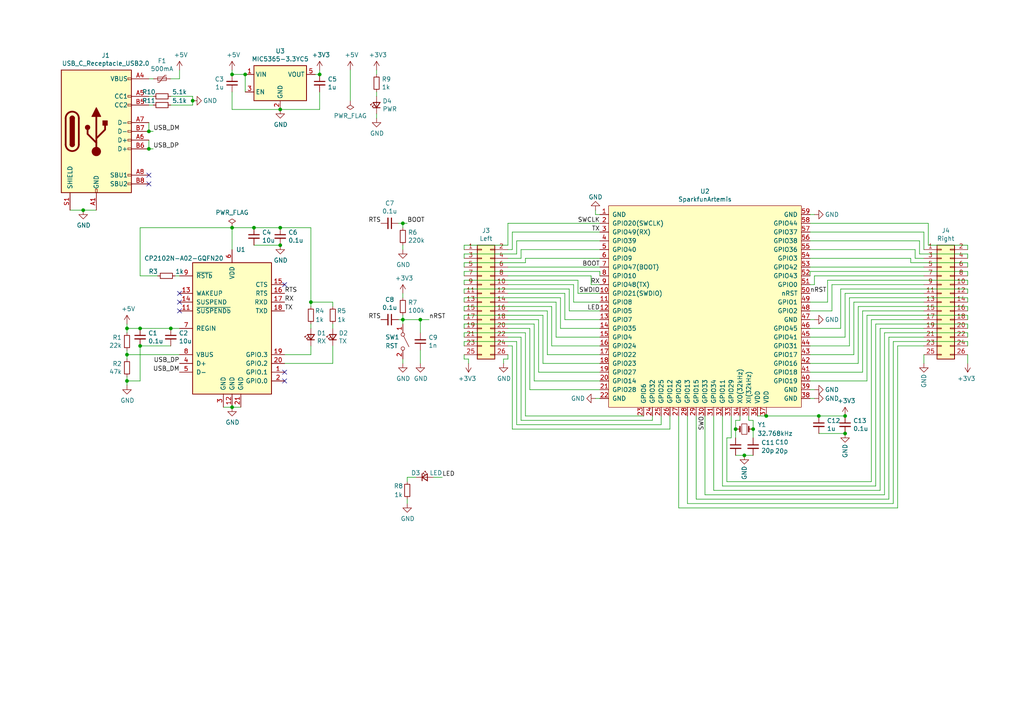
<source format=kicad_sch>
(kicad_sch (version 20231120) (generator "eeschema") (generator_version "8.0")
  (paper "A4")
  (lib_symbols
    (symbol "Connector:USB_C_Receptacle_USB2.0" (pin_names (offset 1.016))
      (property "Reference" "J" (at -10.16 19.05 0))
      (property "Value" "USB_C_Receptacle_USB2.0" (at 19.05 19.05 0))
      (symbol "USB_C_Receptacle_USB2.0_0_0"
        (rectangle (start -0.254 -17.78) (end 0.254 -16.764))
        (rectangle (start 10.16 -14.986) (end 9.144 -15.494))
        (rectangle (start 10.16 -12.446) (end 9.144 -12.954))
        (rectangle (start 10.16 -4.826) (end 9.144 -5.334))
        (rectangle (start 10.16 -2.286) (end 9.144 -2.794))
        (rectangle (start 10.16 0.254) (end 9.144 -0.254))
        (rectangle (start 10.16 2.794) (end 9.144 2.286))
        (rectangle (start 10.16 7.874) (end 9.144 7.366))
        (rectangle (start 10.16 10.414) (end 9.144 9.906))
        (rectangle (start 10.16 15.494) (end 9.144 14.986))
      )
      (symbol "USB_C_Receptacle_USB2.0_0_1"
        (rectangle (start -10.16 17.78) (end 10.16 -17.78) (stroke (width 0.254)) (fill (type background)))
        (arc (start -8.89 -3.81) (mid -6.985 -5.7067) (end -5.08 -3.81) (stroke (width 0.508)))
        (arc (start -7.62 -3.81) (mid -6.985 -4.4423) (end -6.35 -3.81) (stroke (width 0.254)))
        (arc (start -7.62 -3.81) (mid -6.985 -4.4423) (end -6.35 -3.81) (stroke (width 0.254)) (fill (type outline)))
        (rectangle (start -7.62 -3.81) (end -6.35 3.81) (stroke (width 0.254)) (fill (type outline)))
        (arc (start -6.35 3.81) (mid -6.985 4.4423) (end -7.62 3.81) (stroke (width 0.254)))
        (arc (start -6.35 3.81) (mid -6.985 4.4423) (end -7.62 3.81) (stroke (width 0.254)) (fill (type outline)))
        (arc (start -5.08 3.81) (mid -6.985 5.7067) (end -8.89 3.81) (stroke (width 0.508)))
        (circle (center -2.54 1.143) (radius 0.635) (stroke (width 0.254)) (fill (type outline)))
        (circle (center 0 -5.842) (radius 1.27) (fill (type outline)))
        (polyline (pts (xy -8.89 -3.81) (xy -8.89 3.81)) (stroke (width 0.508)))
        (polyline (pts (xy -5.08 3.81) (xy -5.08 -3.81)) (stroke (width 0.508)))
        (polyline (pts (xy 0 -5.842) (xy 0 4.318)) (stroke (width 0.508)))
        (polyline (pts (xy 0 -3.302) (xy -2.54 -0.762) (xy -2.54 0.508)) (stroke (width 0.508)))
        (polyline (pts (xy 0 -2.032) (xy 2.54 0.508) (xy 2.54 1.778)) (stroke (width 0.508)))
        (polyline (pts (xy -1.27 4.318) (xy 0 6.858) (xy 1.27 4.318) (xy -1.27 4.318)) (stroke (width 0.254)) (fill (type outline)))
        (rectangle (start 1.905 1.778) (end 3.175 3.048) (stroke (width 0.254)) (fill (type outline)))
      )
      (symbol "USB_C_Receptacle_USB2.0_1_1"
        (pin passive line (at 0 -22.86 90) (length 5.08) (name "GND") (number "A1"))
        (pin passive line (at 0 -22.86 90) (length 5.08) hide (name "GND") (number "A12"))
        (pin passive line (at 15.24 15.24 180) (length 5.08) (name "VBUS") (number "A4"))
        (pin bidirectional line (at 15.24 10.16 180) (length 5.08) (name "CC1") (number "A5"))
        (pin bidirectional line (at 15.24 -2.54 180) (length 5.08) (name "D+") (number "A6"))
        (pin bidirectional line (at 15.24 2.54 180) (length 5.08) (name "D-") (number "A7"))
        (pin bidirectional line (at 15.24 -12.7 180) (length 5.08) (name "SBU1") (number "A8"))
        (pin passive line (at 15.24 15.24 180) (length 5.08) hide (name "VBUS") (number "A9"))
        (pin passive line (at 0 -22.86 90) (length 5.08) hide (name "GND") (number "B1"))
        (pin passive line (at 0 -22.86 90) (length 5.08) hide (name "GND") (number "B12"))
        (pin passive line (at 15.24 15.24 180) (length 5.08) hide (name "VBUS") (number "B4"))
        (pin bidirectional line (at 15.24 7.62 180) (length 5.08) (name "CC2") (number "B5"))
        (pin bidirectional line (at 15.24 -5.08 180) (length 5.08) (name "D+") (number "B6"))
        (pin bidirectional line (at 15.24 0 180) (length 5.08) (name "D-") (number "B7"))
        (pin bidirectional line (at 15.24 -15.24 180) (length 5.08) (name "SBU2") (number "B8"))
        (pin passive line (at 15.24 15.24 180) (length 5.08) hide (name "VBUS") (number "B9"))
        (pin passive line (at -7.62 -22.86 90) (length 5.08) (name "SHIELD") (number "S1"))
      )
    )
    (symbol "Connector_Generic:Conn_02x13_Odd_Even" (pin_names (offset 1.016) hide)
      (property "Reference" "J" (at 1.27 17.78 0))
      (property "Value" "Conn_02x13_Odd_Even" (at 1.27 -17.78 0))
      (symbol "Conn_02x13_Odd_Even_1_1"
        (rectangle (start -1.27 -15.113) (end 0 -15.367) (stroke (width 0.1524)))
        (rectangle (start -1.27 -12.573) (end 0 -12.827) (stroke (width 0.1524)))
        (rectangle (start -1.27 -10.033) (end 0 -10.287) (stroke (width 0.1524)))
        (rectangle (start -1.27 -7.493) (end 0 -7.747) (stroke (width 0.1524)))
        (rectangle (start -1.27 -4.953) (end 0 -5.207) (stroke (width 0.1524)))
        (rectangle (start -1.27 -2.413) (end 0 -2.667) (stroke (width 0.1524)))
        (rectangle (start -1.27 0.127) (end 0 -0.127) (stroke (width 0.1524)))
        (rectangle (start -1.27 2.667) (end 0 2.413) (stroke (width 0.1524)))
        (rectangle (start -1.27 5.207) (end 0 4.953) (stroke (width 0.1524)))
        (rectangle (start -1.27 7.747) (end 0 7.493) (stroke (width 0.1524)))
        (rectangle (start -1.27 10.287) (end 0 10.033) (stroke (width 0.1524)))
        (rectangle (start -1.27 12.827) (end 0 12.573) (stroke (width 0.1524)))
        (rectangle (start -1.27 15.367) (end 0 15.113) (stroke (width 0.1524)))
        (rectangle (start -1.27 16.51) (end 3.81 -16.51) (stroke (width 0.254)) (fill (type background)))
        (rectangle (start 3.81 -15.113) (end 2.54 -15.367) (stroke (width 0.1524)))
        (rectangle (start 3.81 -12.573) (end 2.54 -12.827) (stroke (width 0.1524)))
        (rectangle (start 3.81 -10.033) (end 2.54 -10.287) (stroke (width 0.1524)))
        (rectangle (start 3.81 -7.493) (end 2.54 -7.747) (stroke (width 0.1524)))
        (rectangle (start 3.81 -4.953) (end 2.54 -5.207) (stroke (width 0.1524)))
        (rectangle (start 3.81 -2.413) (end 2.54 -2.667) (stroke (width 0.1524)))
        (rectangle (start 3.81 0.127) (end 2.54 -0.127) (stroke (width 0.1524)))
        (rectangle (start 3.81 2.667) (end 2.54 2.413) (stroke (width 0.1524)))
        (rectangle (start 3.81 5.207) (end 2.54 4.953) (stroke (width 0.1524)))
        (rectangle (start 3.81 7.747) (end 2.54 7.493) (stroke (width 0.1524)))
        (rectangle (start 3.81 10.287) (end 2.54 10.033) (stroke (width 0.1524)))
        (rectangle (start 3.81 12.827) (end 2.54 12.573) (stroke (width 0.1524)))
        (rectangle (start 3.81 15.367) (end 2.54 15.113) (stroke (width 0.1524)))
        (pin passive line (at -5.08 15.24 0) (length 3.81) (name "Pin_1") (number "1"))
        (pin passive line (at 7.62 5.08 180) (length 3.81) (name "Pin_10") (number "10"))
        (pin passive line (at -5.08 2.54 0) (length 3.81) (name "Pin_11") (number "11"))
        (pin passive line (at 7.62 2.54 180) (length 3.81) (name "Pin_12") (number "12"))
        (pin passive line (at -5.08 0 0) (length 3.81) (name "Pin_13") (number "13"))
        (pin passive line (at 7.62 0 180) (length 3.81) (name "Pin_14") (number "14"))
        (pin passive line (at -5.08 -2.54 0) (length 3.81) (name "Pin_15") (number "15"))
        (pin passive line (at 7.62 -2.54 180) (length 3.81) (name "Pin_16") (number "16"))
        (pin passive line (at -5.08 -5.08 0) (length 3.81) (name "Pin_17") (number "17"))
        (pin passive line (at 7.62 -5.08 180) (length 3.81) (name "Pin_18") (number "18"))
        (pin passive line (at -5.08 -7.62 0) (length 3.81) (name "Pin_19") (number "19"))
        (pin passive line (at 7.62 15.24 180) (length 3.81) (name "Pin_2") (number "2"))
        (pin passive line (at 7.62 -7.62 180) (length 3.81) (name "Pin_20") (number "20"))
        (pin passive line (at -5.08 -10.16 0) (length 3.81) (name "Pin_21") (number "21"))
        (pin passive line (at 7.62 -10.16 180) (length 3.81) (name "Pin_22") (number "22"))
        (pin passive line (at -5.08 -12.7 0) (length 3.81) (name "Pin_23") (number "23"))
        (pin passive line (at 7.62 -12.7 180) (length 3.81) (name "Pin_24") (number "24"))
        (pin passive line (at -5.08 -15.24 0) (length 3.81) (name "Pin_25") (number "25"))
        (pin passive line (at 7.62 -15.24 180) (length 3.81) (name "Pin_26") (number "26"))
        (pin passive line (at -5.08 12.7 0) (length 3.81) (name "Pin_3") (number "3"))
        (pin passive line (at 7.62 12.7 180) (length 3.81) (name "Pin_4") (number "4"))
        (pin passive line (at -5.08 10.16 0) (length 3.81) (name "Pin_5") (number "5"))
        (pin passive line (at 7.62 10.16 180) (length 3.81) (name "Pin_6") (number "6"))
        (pin passive line (at -5.08 7.62 0) (length 3.81) (name "Pin_7") (number "7"))
        (pin passive line (at 7.62 7.62 180) (length 3.81) (name "Pin_8") (number "8"))
        (pin passive line (at -5.08 5.08 0) (length 3.81) (name "Pin_9") (number "9"))
      )
    )
    (symbol "Device:C_Small" (pin_numbers hide) (pin_names (offset 0.254) hide)
      (property "Reference" "C" (at 0.254 1.778 0))
      (property "Value" "C_Small" (at 0.254 -2.032 0))
      (symbol "C_Small_0_1"
        (polyline (pts (xy -1.524 -0.508) (xy 1.524 -0.508)) (stroke (width 0.3302)))
        (polyline (pts (xy -1.524 0.508) (xy 1.524 0.508)) (stroke (width 0.3048)))
      )
      (symbol "C_Small_1_1"
        (pin passive line (at 0 2.54 270) (length 2.032) (name "~") (number "1"))
        (pin passive line (at 0 -2.54 90) (length 2.032) (name "~") (number "2"))
      )
    )
    (symbol "Device:Crystal_Small" (pin_numbers hide) (pin_names (offset 1.016) hide)
      (property "Reference" "Y" (at 0 2.54 0))
      (property "Value" "Crystal_Small" (at 0 -2.54 0))
      (symbol "Crystal_Small_0_1"
        (rectangle (start -0.762 -1.524) (end 0.762 1.524))
        (polyline (pts (xy -1.27 -0.762) (xy -1.27 0.762)) (stroke (width 0.381)))
        (polyline (pts (xy 1.27 -0.762) (xy 1.27 0.762)) (stroke (width 0.381)))
      )
      (symbol "Crystal_Small_1_1"
        (pin passive line (at -2.54 0 0) (length 1.27) (name "1") (number "1"))
        (pin passive line (at 2.54 0 180) (length 1.27) (name "2") (number "2"))
      )
    )
    (symbol "Device:LED_Small" (pin_numbers hide) (pin_names (offset 0.254) hide)
      (property "Reference" "D" (at -1.27 3.175 0))
      (property "Value" "LED_Small" (at -4.445 -2.54 0))
      (symbol "LED_Small_0_1"
        (polyline (pts (xy -0.762 -1.016) (xy -0.762 1.016)) (stroke (width 0.254)))
        (polyline (pts (xy 1.016 0) (xy -0.762 0)))
        (polyline (pts (xy 0.762 -1.016) (xy -0.762 0) (xy 0.762 1.016) (xy 0.762 -1.016)) (stroke (width 0.254)))
        (polyline (pts (xy 0 0.762) (xy -0.508 1.27) (xy -0.254 1.27) (xy -0.508 1.27) (xy -0.508 1.016)))
        (polyline (pts (xy 0.508 1.27) (xy 0 1.778) (xy 0.254 1.778) (xy 0 1.778) (xy 0 1.524)))
      )
      (symbol "LED_Small_1_1"
        (pin passive line (at -2.54 0 0) (length 1.778) (name "K") (number "1"))
        (pin passive line (at 2.54 0 180) (length 1.778) (name "A") (number "2"))
      )
    )
    (symbol "Device:Polyfuse_Small" (pin_numbers hide) (pin_names (offset 0))
      (property "Reference" "F" (at -1.905 0 90))
      (property "Value" "Polyfuse_Small" (at 1.905 0 90))
      (symbol "Polyfuse_Small_0_1"
        (rectangle (start -0.508 1.27) (end 0.508 -1.27))
        (polyline (pts (xy 0 2.54) (xy 0 -2.54)))
        (polyline (pts (xy -1.016 1.27) (xy -1.016 0.762) (xy 1.016 -0.762) (xy 1.016 -1.27)))
      )
      (symbol "Polyfuse_Small_1_1"
        (pin passive line (at 0 2.54 270) (length 0.635) (name "~") (number "1"))
        (pin passive line (at 0 -2.54 90) (length 0.635) (name "~") (number "2"))
      )
    )
    (symbol "Device:R_Small" (pin_numbers hide) (pin_names (offset 0.254) hide)
      (property "Reference" "R" (at 0.762 0.508 0))
      (property "Value" "R_Small" (at 0.762 -1.016 0))
      (symbol "R_Small_0_1"
        (rectangle (start -0.762 1.778) (end 0.762 -1.778) (stroke (width 0.2032)))
      )
      (symbol "R_Small_1_1"
        (pin passive line (at 0 2.54 270) (length 0.762) (name "~") (number "1"))
        (pin passive line (at 0 -2.54 90) (length 0.762) (name "~") (number "2"))
      )
    )
    (symbol "Regulator_Linear:MIC5365-3.3YC5"
      (property "Reference" "U" (at -6.35 6.35 0))
      (property "Value" "MIC5365-3.3YC5" (at 0 6.35 0))
      (symbol "MIC5365-3.3YC5_0_1"
        (rectangle (start -7.62 -5.08) (end 7.62 5.08) (stroke (width 0.254)) (fill (type background)))
      )
      (symbol "MIC5365-3.3YC5_1_1"
        (pin power_in line (at -10.16 2.54 0) (length 2.54) (name "VIN") (number "1"))
        (pin power_in line (at 0 -7.62 90) (length 2.54) (name "GND") (number "2"))
        (pin input line (at -10.16 -2.54 0) (length 2.54) (name "EN") (number "3"))
        (pin no_connect line (at 7.62 -2.54 180) (length 2.54) hide (name "NC") (number "4"))
        (pin power_out line (at 10.16 2.54 180) (length 2.54) (name "VOUT") (number "5"))
      )
    )
    (symbol "Switch:SW_SPST" (pin_names (offset 0) hide)
      (property "Reference" "SW" (at 0 3.175 0))
      (property "Value" "SW_SPST" (at 0 -2.54 0))
      (symbol "SW_SPST_0_0"
        (circle (center -2.032 0) (radius 0.508))
        (polyline (pts (xy -1.524 0.254) (xy 1.524 1.778)))
        (circle (center 2.032 0) (radius 0.508))
      )
      (symbol "SW_SPST_1_1"
        (pin passive line (at -5.08 0 0) (length 2.54) (name "A") (number "1"))
        (pin passive line (at 5.08 0 180) (length 2.54) (name "B") (number "2"))
      )
    )
    (symbol "artemis:CP2102N-A02-GQFN20" (pin_names (offset 1.016))
      (property "Reference" "U" (at -5.08 22.225 0))
      (property "Value" "CP2102N-A02-GQFN20" (at -5.08 20.32 0))
      (symbol "CP2102N-A02-GQFN20_0_1"
        (rectangle (start -11.43 19.05) (end 11.43 -19.05) (stroke (width 0.254)) (fill (type background)))
      )
      (symbol "CP2102N-A02-GQFN20_1_1"
        (pin bidirectional line (at 15.24 -12.7 180) (length 3.81) (name "GPIO.1") (number "1"))
        (pin no_connect line (at 10.16 -22.86 90) (length 3.81) hide (name "NC") (number "10"))
        (pin output line (at -15.24 5.08 0) (length 3.81) (name "~{SUSPENDb}") (number "11"))
        (pin power_in line (at 0 -22.86 90) (length 3.81) (name "GND") (number "12"))
        (pin input line (at -15.24 10.16 0) (length 3.81) (name "WAKEUP") (number "13"))
        (pin output line (at -15.24 7.62 0) (length 3.81) (name "SUSPEND") (number "14"))
        (pin input line (at 15.24 12.7 180) (length 3.81) (name "CTS") (number "15"))
        (pin output line (at 15.24 10.16 180) (length 3.81) (name "RTS") (number "16"))
        (pin input line (at 15.24 7.62 180) (length 3.81) (name "RXD") (number "17"))
        (pin output line (at 15.24 5.08 180) (length 3.81) (name "TXD") (number "18"))
        (pin bidirectional line (at 15.24 -7.62 180) (length 3.81) (name "GPIO.3") (number "19"))
        (pin bidirectional line (at 15.24 -15.24 180) (length 3.81) (name "GPIO.0") (number "2"))
        (pin bidirectional line (at 15.24 -10.16 180) (length 3.81) (name "GPIO.2") (number "20"))
        (pin power_in line (at 2.54 -22.86 90) (length 3.81) (name "GND") (number "21"))
        (pin power_in line (at -2.54 -22.86 90) (length 3.81) (name "GND") (number "3"))
        (pin bidirectional line (at -15.24 -10.16 0) (length 3.81) (name "D+") (number "4"))
        (pin bidirectional line (at -15.24 -12.7 0) (length 3.81) (name "D-") (number "5"))
        (pin power_in line (at 0 22.86 270) (length 3.81) (name "VDD") (number "6"))
        (pin power_in line (at -15.24 0 0) (length 3.81) (name "REGIN") (number "7"))
        (pin input line (at -15.24 -7.62 0) (length 3.81) (name "VBUS") (number "8"))
        (pin input line (at -15.24 15.24 0) (length 3.81) (name "~{RSTb}") (number "9"))
      )
    )
    (symbol "artemis:SparkfunArtemis" (pin_names (offset 1.016))
      (property "Reference" "U" (at 0 33.02 0))
      (property "Value" "SparkfunArtemis" (at 0 30.48 0))
      (symbol "SparkfunArtemis_0_1"
        (rectangle (start -27.94 -29.21) (end 27.94 29.21) (fill (type background)))
      )
      (symbol "SparkfunArtemis_1_1"
        (pin power_in line (at -30.48 26.67 0) (length 2.54) (name "GND") (number "1"))
        (pin bidirectional line (at -30.48 3.81 0) (length 2.54) (name "GPIO21(SWDIO)") (number "10"))
        (pin bidirectional line (at -30.48 1.27 0) (length 2.54) (name "GPIO8") (number "11"))
        (pin bidirectional line (at -30.48 -1.27 0) (length 2.54) (name "GPIO5") (number "12"))
        (pin bidirectional line (at -30.48 -3.81 0) (length 2.54) (name "GPIO7") (number "13"))
        (pin bidirectional line (at -30.48 -6.35 0) (length 2.54) (name "GPIO35") (number "14"))
        (pin bidirectional line (at -30.48 -8.89 0) (length 2.54) (name "GPIO4") (number "15"))
        (pin bidirectional line (at -30.48 -11.43 0) (length 2.54) (name "GPIO24") (number "16"))
        (pin bidirectional line (at -30.48 -13.97 0) (length 2.54) (name "GPIO22") (number "17"))
        (pin bidirectional line (at -30.48 -16.51 0) (length 2.54) (name "GPIO23") (number "18"))
        (pin bidirectional line (at -30.48 -19.05 0) (length 2.54) (name "GPIO27") (number "19"))
        (pin bidirectional line (at -30.48 24.13 0) (length 2.54) (name "GPIO20(SWCLK)") (number "2"))
        (pin bidirectional line (at -30.48 -21.59 0) (length 2.54) (name "GPIO14") (number "20"))
        (pin bidirectional line (at -30.48 -24.13 0) (length 2.54) (name "GPIO28") (number "21"))
        (pin power_in line (at -30.48 -26.67 0) (length 2.54) (name "GND") (number "22"))
        (pin bidirectional line (at -17.78 -31.75 90) (length 2.54) (name "GPIO6") (number "23"))
        (pin bidirectional line (at -15.24 -31.75 90) (length 2.54) (name "GPIO32") (number "24"))
        (pin bidirectional line (at -12.7 -31.75 90) (length 2.54) (name "GPIO25") (number "25"))
        (pin bidirectional line (at -10.16 -31.75 90) (length 2.54) (name "GPIO12") (number "26"))
        (pin bidirectional line (at -7.62 -31.75 90) (length 2.54) (name "GPIO26") (number "27"))
        (pin bidirectional line (at -5.08 -31.75 90) (length 2.54) (name "GPIO13") (number "28"))
        (pin bidirectional line (at -2.54 -31.75 90) (length 2.54) (name "GPIO15") (number "29"))
        (pin bidirectional line (at -30.48 21.59 0) (length 2.54) (name "GPIO49(RX)") (number "3"))
        (pin bidirectional line (at 0 -31.75 90) (length 2.54) (name "GPIO33") (number "30"))
        (pin bidirectional line (at 2.54 -31.75 90) (length 2.54) (name "GPIO34") (number "31"))
        (pin bidirectional line (at 5.08 -31.75 90) (length 2.54) (name "GPIO11") (number "32"))
        (pin bidirectional line (at 7.62 -31.75 90) (length 2.54) (name "GPIO29") (number "33"))
        (pin bidirectional line (at 10.16 -31.75 90) (length 2.54) (name "XO(32kHz)") (number "34"))
        (pin bidirectional line (at 12.7 -31.75 90) (length 2.54) (name "XI(32kHz)") (number "35"))
        (pin power_in line (at 15.24 -31.75 90) (length 2.54) (name "VDD") (number "36"))
        (pin power_in line (at 17.78 -31.75 90) (length 2.54) (name "VDD") (number "37"))
        (pin power_in line (at 30.48 -26.67 180) (length 2.54) (name "GND") (number "38"))
        (pin power_in line (at 30.48 -24.13 180) (length 2.54) (name "GND") (number "39"))
        (pin bidirectional line (at -30.48 19.05 0) (length 2.54) (name "GPIO39") (number "4"))
        (pin bidirectional line (at 30.48 -21.59 180) (length 2.54) (name "GPIO19") (number "40"))
        (pin bidirectional line (at 30.48 -19.05 180) (length 2.54) (name "GPIO18") (number "41"))
        (pin bidirectional line (at 30.48 -16.51 180) (length 2.54) (name "GPIO16") (number "42"))
        (pin bidirectional line (at 30.48 -13.97 180) (length 2.54) (name "GPIO17") (number "43"))
        (pin bidirectional line (at 30.48 -11.43 180) (length 2.54) (name "GPIO31") (number "44"))
        (pin bidirectional line (at 30.48 -8.89 180) (length 2.54) (name "GPIO41") (number "45"))
        (pin bidirectional line (at 30.48 -6.35 180) (length 2.54) (name "GPIO45") (number "46"))
        (pin power_in line (at 30.48 -3.81 180) (length 2.54) (name "GND") (number "47"))
        (pin bidirectional line (at 30.48 -1.27 180) (length 2.54) (name "GPIO2") (number "48"))
        (pin bidirectional line (at 30.48 1.27 180) (length 2.54) (name "GPIO1") (number "49"))
        (pin bidirectional line (at -30.48 16.51 0) (length 2.54) (name "GPIO40") (number "5"))
        (pin input line (at 30.48 3.81 180) (length 2.54) (name "nRST") (number "50"))
        (pin bidirectional line (at 30.48 6.35 180) (length 2.54) (name "GPIO0") (number "51"))
        (pin bidirectional line (at 30.48 8.89 180) (length 2.54) (name "GPIO43") (number "52"))
        (pin bidirectional line (at 30.48 11.43 180) (length 2.54) (name "GPIO42") (number "53"))
        (pin bidirectional line (at 30.48 13.97 180) (length 2.54) (name "GPIO3") (number "54"))
        (pin bidirectional line (at 30.48 16.51 180) (length 2.54) (name "GPIO36") (number "55"))
        (pin bidirectional line (at 30.48 19.05 180) (length 2.54) (name "GPIO38") (number "56"))
        (pin bidirectional line (at 30.48 21.59 180) (length 2.54) (name "GPIO37") (number "57"))
        (pin bidirectional line (at 30.48 24.13 180) (length 2.54) (name "GPIO44") (number "58"))
        (pin power_in line (at 30.48 26.67 180) (length 2.54) (name "GND") (number "59"))
        (pin bidirectional line (at -30.48 13.97 0) (length 2.54) (name "GPIO9") (number "6"))
        (pin bidirectional line (at -30.48 11.43 0) (length 2.54) (name "GPIO47(BOOT)") (number "7"))
        (pin bidirectional line (at -30.48 8.89 0) (length 2.54) (name "GPIO10") (number "8"))
        (pin bidirectional line (at -30.48 6.35 0) (length 2.54) (name "GPIO48(TX)") (number "9"))
      )
    )
    (symbol "power:+3V3" (power) (pin_names (offset 0))
      (property "Value" "+3V3" (at 0 3.556 0))
      (symbol "+3V3_0_1"
        (polyline (pts (xy -0.762 1.27) (xy 0 2.54)))
        (polyline (pts (xy 0 0) (xy 0 2.54)))
        (polyline (pts (xy 0 2.54) (xy 0.762 1.27)))
      )
      (symbol "+3V3_1_1"
        (pin power_in line (at 0 0 90) (length 0) hide (name "+3V3") (number "1"))
      )
    )
    (symbol "power:+5V" (power) (pin_names (offset 0))
      (property "Value" "+5V" (at 0 3.556 0))
      (symbol "+5V_0_1"
        (polyline (pts (xy -0.762 1.27) (xy 0 2.54)))
        (polyline (pts (xy 0 0) (xy 0 2.54)))
        (polyline (pts (xy 0 2.54) (xy 0.762 1.27)))
      )
      (symbol "+5V_1_1"
        (pin power_in line (at 0 0 90) (length 0) hide (name "+5V") (number "1"))
      )
    )
    (symbol "power:GND" (power) (pin_names (offset 0))
      (property "Value" "GND" (at 0 -3.81 0))
      (symbol "GND_0_1"
        (polyline (pts (xy 0 0) (xy 0 -1.27) (xy 1.27 -1.27) (xy 0 -2.54) (xy -1.27 -1.27) (xy 0 -1.27)))
      )
      (symbol "GND_1_1"
        (pin power_in line (at 0 0 270) (length 0) hide (name "GND") (number "1"))
      )
    )
    (symbol "power:PWR_FLAG" (power) (pin_numbers hide) (pin_names (offset 0) hide)
      (property "Value" "PWR_FLAG" (at 0 3.81 0))
      (symbol "PWR_FLAG_0_0"
        (pin power_out line (at 0 0 90) (length 0) (name "pwr") (number "1"))
      )
      (symbol "PWR_FLAG_0_1"
        (polyline (pts (xy 0 0) (xy 0 1.27) (xy -1.016 1.905) (xy 0 2.54) (xy 1.016 1.905) (xy 0 1.27)))
      )
    )
  )
  (junction (at 218.44 124.46))
  (junction (at 67.31 21.59))
  (junction (at 81.28 66.04))
  (junction (at 73.66 66.04))
  (junction (at 213.36 124.46))
  (junction (at 36.83 110.49))
  (junction (at 67.31 66.04))
  (junction (at 81.28 71.12))
  (junction (at 24.13 60.96))
  (junction (at 237.49 120.65))
  (junction (at 40.64 100.33))
  (junction (at 67.31 118.11))
  (junction (at 245.11 120.65))
  (junction (at 43.18 38.1))
  (junction (at 36.83 95.25))
  (junction (at 49.53 95.25))
  (junction (at 222.25 120.65))
  (junction (at 81.28 31.75))
  (junction (at 116.84 92.71))
  (junction (at 245.11 125.73))
  (junction (at 36.83 102.87))
  (junction (at 71.12 21.59))
  (junction (at 90.17 87.63))
  (junction (at 116.84 64.77))
  (junction (at 55.88 29.21))
  (junction (at 215.9 132.08))
  (junction (at 40.64 95.25))
  (junction (at 121.92 92.71))
  (junction (at 43.18 43.18))
  (junction (at 92.71 21.59))
  (no_connect (at 82.55 110.49))
  (no_connect (at 52.07 90.17))
  (no_connect (at 52.07 87.63))
  (no_connect (at 82.55 107.95))
  (no_connect (at 43.18 53.34))
  (no_connect (at 52.07 85.09))
  (no_connect (at 43.18 50.8))
  (no_connect (at 82.55 82.55))
  (wire (pts (xy 64.77 118.11) (xy 67.31 118.11)))
  (wire (pts (xy 166.37 82.55) (xy 147.32 82.55)))
  (wire (pts (xy 49.53 22.86) (xy 52.07 22.86)))
  (wire (pts (xy 116.84 64.77) (xy 118.11 64.77)))
  (wire (pts (xy 254 93.98) (xy 280.67 93.98)))
  (wire (pts (xy 173.99 107.95) (xy 156.21 107.95)))
  (wire (pts (xy 280.67 83.82) (xy 280.67 85.09)))
  (wire (pts (xy 158.75 90.17) (xy 147.32 90.17)))
  (wire (pts (xy 173.99 105.41) (xy 157.48 105.41)))
  (wire (pts (xy 269.24 64.77) (xy 269.24 71.12)))
  (wire (pts (xy 134.62 83.82) (xy 134.62 85.09)))
  (wire (pts (xy 121.92 101.6) (xy 121.92 105.41)))
  (wire (pts (xy 109.22 27.94) (xy 109.22 26.67)))
  (wire (pts (xy 67.31 72.39) (xy 67.31 66.04)))
  (wire (pts (xy 280.67 96.52) (xy 280.67 97.79)))
  (wire (pts (xy 40.64 95.25) (xy 36.83 95.25)))
  (wire (pts (xy 246.38 100.33) (xy 246.38 86.36)))
  (wire (pts (xy 254 140.97) (xy 254 93.98)))
  (wire (pts (xy 236.22 80.01) (xy 267.97 80.01)))
  (wire (pts (xy 173.99 90.17) (xy 165.1 90.17)))
  (wire (pts (xy 118.11 138.43) (xy 118.11 139.7)))
  (wire (pts (xy 173.99 87.63) (xy 166.37 87.63)))
  (wire (pts (xy 265.43 72.39) (xy 265.43 74.93)))
  (wire (pts (xy 247.65 87.63) (xy 267.97 87.63)))
  (wire (pts (xy 40.64 80.01) (xy 40.64 66.04)))
  (wire (pts (xy 234.95 100.33) (xy 246.38 100.33)))
  (wire (pts (xy 116.84 91.44) (xy 116.84 92.71)))
  (wire (pts (xy 55.88 30.48) (xy 49.53 30.48)))
  (wire (pts (xy 234.95 80.01) (xy 234.95 78.74)))
  (wire (pts (xy 109.22 20.32) (xy 109.22 21.59)))
  (wire (pts (xy 36.83 102.87) (xy 52.07 102.87)))
  (wire (pts (xy 116.84 92.71) (xy 116.84 93.98)))
  (wire (pts (xy 151.13 97.79) (xy 147.32 97.79)))
  (wire (pts (xy 118.11 144.78) (xy 118.11 146.05)))
  (wire (pts (xy 196.85 147.32) (xy 260.35 147.32)))
  (wire (pts (xy 36.83 95.25) (xy 36.83 96.52)))
  (wire (pts (xy 43.18 38.1) (xy 43.18 35.56)))
  (wire (pts (xy 82.55 102.87) (xy 90.17 102.87)))
  (wire (pts (xy 160.02 88.9) (xy 134.62 88.9)))
  (wire (pts (xy 40.64 100.33) (xy 40.64 110.49)))
  (wire (pts (xy 234.95 72.39) (xy 265.43 72.39)))
  (wire (pts (xy 234.95 77.47) (xy 267.97 77.47)))
  (wire (pts (xy 45.72 80.01) (xy 40.64 80.01)))
  (wire (pts (xy 234.95 105.41) (xy 248.92 105.41)))
  (wire (pts (xy 280.67 81.28) (xy 280.67 82.55)))
  (wire (pts (xy 196.85 120.65) (xy 196.85 147.32)))
  (wire (pts (xy 173.99 72.39) (xy 151.13 72.39)))
  (wire (pts (xy 134.62 71.12) (xy 147.32 71.12)))
  (wire (pts (xy 250.19 90.17) (xy 267.97 90.17)))
  (wire (pts (xy 189.23 120.65) (xy 189.23 121.92)))
  (wire (pts (xy 134.62 99.06) (xy 134.62 100.33)))
  (wire (pts (xy 109.22 33.02) (xy 109.22 34.29)))
  (wire (pts (xy 96.52 87.63) (xy 96.52 88.9)))
  (wire (pts (xy 134.62 93.98) (xy 134.62 95.25)))
  (wire (pts (xy 204.47 120.65) (xy 204.47 143.51)))
  (wire (pts (xy 152.4 76.2) (xy 134.62 76.2)))
  (wire (pts (xy 134.62 81.28) (xy 134.62 82.55)))
  (wire (pts (xy 173.99 77.47) (xy 147.32 77.47)))
  (wire (pts (xy 165.1 90.17) (xy 165.1 83.82)))
  (wire (pts (xy 171.45 82.55) (xy 173.99 82.55)))
  (wire (pts (xy 149.86 99.06) (xy 134.62 99.06)))
  (wire (pts (xy 134.62 104.14) (xy 135.89 104.14)))
  (wire (pts (xy 160.02 100.33) (xy 160.02 88.9)))
  (wire (pts (xy 115.57 64.77) (xy 116.84 64.77)))
  (wire (pts (xy 161.29 97.79) (xy 161.29 87.63)))
  (wire (pts (xy 236.22 115.57) (xy 234.95 115.57)))
  (wire (pts (xy 234.95 78.74) (xy 280.67 78.74)))
  (wire (pts (xy 218.44 124.46) (xy 218.44 127)))
  (wire (pts (xy 207.01 120.65) (xy 207.01 142.24)))
  (wire (pts (xy 210.82 139.7) (xy 252.73 139.7)))
  (wire (pts (xy 43.18 38.1) (xy 44.45 38.1)))
  (wire (pts (xy 115.57 92.71) (xy 116.84 92.71)))
  (wire (pts (xy 252.73 92.71) (xy 267.97 92.71)))
  (wire (pts (xy 167.64 81.28) (xy 134.62 81.28)))
  (wire (pts (xy 260.35 147.32) (xy 260.35 100.33)))
  (wire (pts (xy 40.64 110.49) (xy 36.83 110.49)))
  (wire (pts (xy 116.84 71.12) (xy 116.84 72.39)))
  (wire (pts (xy 92.71 31.75) (xy 92.71 26.67)))
  (wire (pts (xy 171.45 82.55) (xy 171.45 80.01)))
  (wire (pts (xy 191.77 120.65) (xy 191.77 123.19)))
  (wire (pts (xy 245.11 85.09) (xy 267.97 85.09)))
  (wire (pts (xy 156.21 92.71) (xy 147.32 92.71)))
  (wire (pts (xy 245.11 125.73) (xy 237.49 125.73)))
  (wire (pts (xy 81.28 66.04) (xy 90.17 66.04)))
  (wire (pts (xy 173.99 102.87) (xy 158.75 102.87)))
  (wire (pts (xy 92.71 20.32) (xy 92.71 21.59)))
  (wire (pts (xy 73.66 66.04) (xy 81.28 66.04)))
  (wire (pts (xy 116.84 104.14) (xy 116.84 105.41)))
  (wire (pts (xy 240.03 87.63) (xy 240.03 81.28)))
  (wire (pts (xy 248.92 105.41) (xy 248.92 88.9)))
  (wire (pts (xy 134.62 86.36) (xy 134.62 87.63)))
  (wire (pts (xy 280.67 99.06) (xy 280.67 100.33)))
  (wire (pts (xy 134.62 78.74) (xy 134.62 80.01)))
  (wire (pts (xy 147.32 72.39) (xy 148.59 72.39)))
  (wire (pts (xy 134.62 73.66) (xy 149.86 73.66)))
  (wire (pts (xy 217.17 121.92) (xy 218.44 121.92)))
  (wire (pts (xy 173.99 110.49) (xy 154.94 110.49)))
  (wire (pts (xy 148.59 72.39) (xy 148.59 67.31)))
  (wire (pts (xy 148.59 124.46) (xy 148.59 100.33)))
  (wire (pts (xy 134.62 91.44) (xy 134.62 92.71)))
  (wire (pts (xy 44.45 30.48) (xy 43.18 30.48)))
  (wire (pts (xy 173.99 85.09) (xy 167.64 85.09)))
  (wire (pts (xy 186.69 120.65) (xy 152.4 120.65)))
  (wire (pts (xy 280.67 73.66) (xy 280.67 74.93)))
  (wire (pts (xy 146.05 104.14) (xy 146.05 105.41)))
  (wire (pts (xy 40.64 66.04) (xy 67.31 66.04)))
  (wire (pts (xy 213.36 124.46) (xy 213.36 127)))
  (wire (pts (xy 151.13 121.92) (xy 151.13 97.79)))
  (wire (pts (xy 213.36 121.92) (xy 213.36 124.46)))
  (wire (pts (xy 20.32 60.96) (xy 24.13 60.96)))
  (wire (pts (xy 55.88 29.21) (xy 55.88 30.48)))
  (wire (pts (xy 67.31 118.11) (xy 69.85 118.11)))
  (wire (pts (xy 134.62 88.9) (xy 134.62 90.17)))
  (wire (pts (xy 236.22 62.23) (xy 234.95 62.23)))
  (wire (pts (xy 234.95 87.63) (xy 240.03 87.63)))
  (wire (pts (xy 82.55 105.41) (xy 96.52 105.41)))
  (wire (pts (xy 267.97 67.31) (xy 267.97 72.39)))
  (wire (pts (xy 257.81 97.79) (xy 267.97 97.79)))
  (wire (pts (xy 189.23 121.92) (xy 151.13 121.92)))
  (wire (pts (xy 199.39 120.65) (xy 199.39 146.05)))
  (wire (pts (xy 256.54 143.51) (xy 256.54 96.52)))
  (wire (pts (xy 173.99 78.74) (xy 134.62 78.74)))
  (wire (pts (xy 234.95 90.17) (xy 241.3 90.17)))
  (wire (pts (xy 147.32 102.87) (xy 147.32 104.14)))
  (wire (pts (xy 201.93 120.65) (xy 201.93 144.78)))
  (wire (pts (xy 149.86 123.19) (xy 149.86 99.06)))
  (wire (pts (xy 153.67 113.03) (xy 153.67 95.25)))
  (wire (pts (xy 172.72 60.96) (xy 172.72 62.23)))
  (wire (pts (xy 234.95 107.95) (xy 250.19 107.95)))
  (wire (pts (xy 153.67 95.25) (xy 147.32 95.25)))
  (wire (pts (xy 241.3 82.55) (xy 267.97 82.55)))
  (wire (pts (xy 134.62 73.66) (xy 134.62 74.93)))
  (wire (pts (xy 147.32 104.14) (xy 146.05 104.14)))
  (wire (pts (xy 156.21 107.95) (xy 156.21 92.71)))
  (wire (pts (xy 217.17 120.65) (xy 217.17 121.92)))
  (wire (pts (xy 264.16 76.2) (xy 280.67 76.2)))
  (wire (pts (xy 219.71 120.65) (xy 222.25 120.65)))
  (wire (pts (xy 151.13 72.39) (xy 151.13 74.93)))
  (wire (pts (xy 218.44 121.92) (xy 218.44 124.46)))
  (wire (pts (xy 55.88 27.94) (xy 55.88 29.21)))
  (wire (pts (xy 213.36 132.08) (xy 215.9 132.08)))
  (wire (pts (xy 280.67 86.36) (xy 280.67 87.63)))
  (wire (pts (xy 152.4 96.52) (xy 134.62 96.52)))
  (wire (pts (xy 52.07 22.86) (xy 52.07 20.32)))
  (wire (pts (xy 121.92 96.52) (xy 121.92 92.71)))
  (wire (pts (xy 214.63 121.92) (xy 213.36 121.92)))
  (wire (pts (xy 209.55 120.65) (xy 209.55 140.97)))
  (wire (pts (xy 212.09 120.65) (xy 212.09 127)))
  (wire (pts (xy 251.46 91.44) (xy 280.67 91.44)))
  (wire (pts (xy 154.94 110.49) (xy 154.94 93.98)))
  (wire (pts (xy 173.99 100.33) (xy 160.02 100.33)))
  (wire (pts (xy 280.67 78.74) (xy 280.67 80.01)))
  (wire (pts (xy 237.49 120.65) (xy 245.11 120.65)))
  (wire (pts (xy 173.99 80.01) (xy 173.99 78.74)))
  (wire (pts (xy 116.84 66.04) (xy 116.84 64.77)))
  (wire (pts (xy 259.08 99.06) (xy 280.67 99.06)))
  (wire (pts (xy 149.86 69.85) (xy 149.86 73.66)))
  (wire (pts (xy 259.08 146.05) (xy 259.08 99.06)))
  (wire (pts (xy 152.4 74.93) (xy 152.4 76.2)))
  (wire (pts (xy 148.59 100.33) (xy 147.32 100.33)))
  (wire (pts (xy 157.48 105.41) (xy 157.48 91.44)))
  (wire (pts (xy 280.67 71.12) (xy 280.67 72.39)))
  (wire (pts (xy 96.52 105.41) (xy 96.52 100.33)))
  (wire (pts (xy 67.31 31.75) (xy 81.28 31.75)))
  (wire (pts (xy 71.12 21.59) (xy 71.12 26.67)))
  (wire (pts (xy 265.43 74.93) (xy 267.97 74.93)))
  (wire (pts (xy 201.93 144.78) (xy 257.81 144.78)))
  (wire (pts (xy 43.18 40.64) (xy 43.18 43.18)))
  (wire (pts (xy 171.45 80.01) (xy 147.32 80.01)))
  (wire (pts (xy 36.83 101.6) (xy 36.83 102.87)))
  (wire (pts (xy 134.62 76.2) (xy 134.62 77.47)))
  (wire (pts (xy 250.19 107.95) (xy 250.19 90.17)))
  (wire (pts (xy 36.83 110.49) (xy 36.83 111.76)))
  (wire (pts (xy 81.28 31.75) (xy 92.71 31.75)))
  (wire (pts (xy 194.31 120.65) (xy 194.31 124.46)))
  (wire (pts (xy 236.22 92.71) (xy 234.95 92.71)))
  (wire (pts (xy 134.62 96.52) (xy 134.62 97.79)))
  (wire (pts (xy 266.7 73.66) (xy 280.67 73.66)))
  (wire (pts (xy 154.94 93.98) (xy 134.62 93.98)))
  (wire (pts (xy 173.99 67.31) (xy 148.59 67.31)))
  (wire (pts (xy 234.95 64.77) (xy 269.24 64.77)))
  (wire (pts (xy 212.09 127) (xy 210.82 127)))
  (wire (pts (xy 36.83 102.87) (xy 36.83 104.14)))
  (wire (pts (xy 49.53 27.94) (xy 55.88 27.94)))
  (wire (pts (xy 173.99 69.85) (xy 149.86 69.85)))
  (wire (pts (xy 128.27 138.43) (xy 125.73 138.43)))
  (wire (pts (xy 255.27 95.25) (xy 267.97 95.25)))
  (wire (pts (xy 172.72 62.23) (xy 173.99 62.23)))
  (wire (pts (xy 90.17 87.63) (xy 96.52 87.63)))
  (wire (pts (xy 267.97 105.41) (xy 267.97 102.87)))
  (wire (pts (xy 50.8 80.01) (xy 52.07 80.01)))
  (wire (pts (xy 166.37 87.63) (xy 166.37 82.55)))
  (wire (pts (xy 67.31 20.32) (xy 67.31 21.59)))
  (wire (pts (xy 52.07 95.25) (xy 49.53 95.25)))
  (wire (pts (xy 241.3 90.17) (xy 241.3 82.55)))
  (wire (pts (xy 248.92 88.9) (xy 280.67 88.9)))
  (wire (pts (xy 214.63 120.65) (xy 214.63 121.92)))
  (wire (pts (xy 234.95 67.31) (xy 267.97 67.31)))
  (wire (pts (xy 49.53 95.25) (xy 40.64 95.25)))
  (wire (pts (xy 172.72 115.57) (xy 173.99 115.57)))
  (wire (pts (xy 243.84 83.82) (xy 280.67 83.82)))
  (wire (pts (xy 245.11 97.79) (xy 245.11 85.09)))
  (wire (pts (xy 252.73 139.7) (xy 252.73 92.71)))
  (wire (pts (xy 44.45 22.86) (xy 43.18 22.86)))
  (wire (pts (xy 163.83 85.09) (xy 147.32 85.09)))
  (wire (pts (xy 101.6 29.21) (xy 101.6 20.32)))
  (wire (pts (xy 173.99 97.79) (xy 161.29 97.79)))
  (wire (pts (xy 162.56 86.36) (xy 134.62 86.36)))
  (wire (pts (xy 215.9 132.08) (xy 218.44 132.08)))
  (wire (pts (xy 234.95 97.79) (xy 245.11 97.79)))
  (wire (pts (xy 44.45 43.18) (xy 43.18 43.18)))
  (wire (pts (xy 191.77 123.19) (xy 149.86 123.19)))
  (wire (pts (xy 173.99 113.03) (xy 153.67 113.03)))
  (wire (pts (xy 67.31 66.04) (xy 73.66 66.04)))
  (wire (pts (xy 121.92 92.71) (xy 124.46 92.71)))
  (wire (pts (xy 90.17 88.9) (xy 90.17 87.63)))
  (wire (pts (xy 207.01 142.24) (xy 255.27 142.24)))
  (wire (pts (xy 90.17 66.04) (xy 90.17 87.63)))
  (wire (pts (xy 43.18 27.94) (xy 44.45 27.94)))
  (wire (pts (xy 234.95 95.25) (xy 243.84 95.25)))
  (wire (pts (xy 255.27 142.24) (xy 255.27 95.25)))
  (wire (pts (xy 161.29 87.63) (xy 147.32 87.63)))
  (wire (pts (xy 67.31 26.67) (xy 67.31 31.75)))
  (wire (pts (xy 173.99 95.25) (xy 162.56 95.25)))
  (wire (pts (xy 24.13 60.96) (xy 27.94 60.96)))
  (wire (pts (xy 222.25 120.65) (xy 237.49 120.65)))
  (wire (pts (xy 280.67 88.9) (xy 280.67 90.17)))
  (wire (pts (xy 158.75 102.87) (xy 158.75 90.17)))
  (wire (pts (xy 147.32 64.77) (xy 147.32 71.12)))
  (wire (pts (xy 71.12 21.59) (xy 67.31 21.59)))
  (wire (pts (xy 96.52 93.98) (xy 96.52 95.25)))
  (wire (pts (xy 36.83 93.98) (xy 36.83 95.25)))
  (wire (pts (xy 134.62 102.87) (xy 134.62 104.14)))
  (wire (pts (xy 173.99 92.71) (xy 163.83 92.71)))
  (wire (pts (xy 90.17 102.87) (xy 90.17 100.33)))
  (wire (pts (xy 165.1 83.82) (xy 134.62 83.82)))
  (wire (pts (xy 251.46 110.49) (xy 251.46 91.44)))
  (wire (pts (xy 247.65 102.87) (xy 247.65 87.63)))
  (wire (pts (xy 157.48 91.44) (xy 134.62 91.44)))
  (wire (pts (xy 116.84 85.09) (xy 116.84 86.36)))
  (wire (pts (xy 163.83 92.71) (xy 163.83 85.09)))
  (wire (pts (xy 199.39 146.05) (xy 259.08 146.05)))
  (wire (pts (xy 173.99 74.93) (xy 152.4 74.93)))
  (wire (pts (xy 234.95 113.03) (xy 236.22 113.03)))
  (wire (pts (xy 134.62 71.12) (xy 134.62 72.39)))
  (wire (pts (xy 280.67 93.98) (xy 280.67 95.25)))
  (wire (pts (xy 269.24 71.12) (xy 280.67 71.12)))
  (wire (pts (xy 246.38 86.36) (xy 280.67 86.36)))
  (wire (pts (xy 173.99 64.77) (xy 147.32 64.77)))
  (wire (pts (xy 280.67 91.44) (xy 280.67 92.71)))
  (wire (pts (xy 73.66 71.12) (xy 81.28 71.12)))
  (wire (pts (xy 209.55 140.97) (xy 254 140.97)))
  (wire (pts (xy 194.31 124.46) (xy 148.59 124.46)))
  (wire (pts (xy 234.95 69.85) (xy 266.7 69.85)))
  (wire (pts (xy 234.95 74.93) (xy 264.16 74.93)))
  (wire (pts (xy 264.16 74.93) (xy 264.16 76.2)))
  (wire (pts (xy 240.03 81.28) (xy 280.67 81.28)))
  (wire (pts (xy 280.67 76.2) (xy 280.67 77.47)))
  (wire (pts (xy 234.95 102.87) (xy 247.65 102.87)))
  (wire (pts (xy 280.67 102.87) (xy 280.67 105.41)))
  (wire (pts (xy 36.83 109.22) (xy 36.83 110.49)))
  (wire (pts (xy 135.89 104.14) (xy 135.89 105.41)))
  (wire (pts (xy 257.81 144.78) (xy 257.81 97.79)))
  (wire (pts (xy 162.56 95.25) (xy 162.56 86.36)))
  (wire (pts (xy 152.4 120.65) (xy 152.4 96.52)))
  (wire (pts (xy 234.95 82.55) (xy 236.22 82.55)))
  (wire (pts (xy 91.44 21.59) (xy 92.71 21.59)))
  (wire (pts (xy 49.53 100.33) (xy 40.64 100.33)))
  (wire (pts (xy 120.65 138.43) (xy 118.11 138.43)))
  (wire (pts (xy 256.54 96.52) (xy 280.67 96.52)))
  (wire (pts (xy 236.22 82.55) (xy 236.22 80.01)))
  (wire (pts (xy 243.84 95.25) (xy 243.84 83.82)))
  (wire (pts (xy 204.47 143.51) (xy 256.54 143.51)))
  (wire (pts (xy 210.82 127) (xy 210.82 139.7)))
  (wire (pts (xy 266.7 69.85) (xy 266.7 73.66)))
  (wire (pts (xy 90.17 93.98) (xy 90.17 95.25)))
  (wire (pts (xy 260.35 100.33) (xy 267.97 100.33)))
  (wire (pts (xy 151.13 74.93) (xy 147.32 74.93)))
  (wire (pts (xy 167.64 85.09) (xy 167.64 81.28)))
  (wire (pts (xy 234.95 110.49) (xy 251.46 110.49)))
  (wire (pts (xy 116.84 92.71) (xy 121.92 92.71)))
  (label "LED" (at 128.27 138.43 0))
  (label "nRST" (at 124.46 92.71 0))
  (label "BOOT" (at 173.99 77.47 180))
  (label "USB_DP" (at 52.07 105.41 180))
  (label "RTS" (at 82.55 85.09 0))
  (label "SWDIO" (at 173.99 85.09 180))
  (label "LED" (at 173.99 90.17 180))
  (label "RTS" (at 110.49 64.77 180))
  (label "USB_DM" (at 52.07 107.95 180))
  (label "SWCLK" (at 173.99 64.77 180))
  (label "TX" (at 82.55 90.17 0))
  (label "RX" (at 82.55 87.63 0))
  (label "nRST" (at 234.95 85.09 0))
  (label "BOOT" (at 118.11 64.77 0))
  (label "RX" (at 173.99 82.55 180))
  (label "USB_DP" (at 44.45 43.18 0))
  (label "RTS" (at 110.49 92.71 180))
  (label "SWO" (at 204.47 120.65 270))
  (label "TX" (at 173.99 67.31 180))
  (label "USB_DM" (at 44.45 38.1 0))
  (symbol (lib_id "Device:Polyfuse_Small") (at 46.99 22.86 270) (unit 1)
    (property "Reference" "F1" (at 46.99 17.653 90))
    (property "Value" "500mA" (at 46.99 19.9644 90))
    (property "Footprint" "Fuse:Fuse_1206_3216Metric" (effects (hide yes)))
  )
  (symbol (lib_id "power:+5V") (at 52.07 20.32 0) (unit 1)
    (property "Reference" "#PWR0101" (effects (hide yes)))
    (property "Value" "+5V" (at 52.451 15.9258 0))
  )
  (symbol (lib_id "power:GND") (at 24.13 60.96 0) (unit 1)
    (property "Reference" "#PWR0102" (effects (hide yes)))
    (property "Value" "GND" (at 24.257 65.3542 0))
  )
  (symbol (lib_id "artemis:CP2102N-A02-GQFN20") (at 67.31 95.25 0) (unit 1)
    (property "Reference" "U1" (at 69.85 72.39 0))
    (property "Value" "CP2102N-A02-GQFN20" (at 53.34 74.93 0))
    (property "Footprint" "Package_DFN_QFN:SiliconLabs_QFN-20-1EP_3x3mm_P0.5mm" (effects (hide yes)))
    (property "Datasheet" "https://www.silabs.com/documents/public/data-sheets/cp2102n-datasheet.pdf" (effects (hide yes)))
  )
  (symbol (lib_id "artemis:SparkfunArtemis") (at 204.47 88.9 0) (unit 1)
    (property "Reference" "U2" (at 204.47 55.499 0))
    (property "Value" "SparkfunArtemis" (at 204.47 57.8104 0))
    (property "Footprint" "artemis:ARTEMIS_FP" (effects (hide yes)))
  )
  (symbol (lib_id "Device:C_Small") (at 92.71 24.13 0) (unit 1)
    (property "Reference" "C5" (at 95.0468 22.9616 0) (effects (justify left)))
    (property "Value" "1u" (at 95.0468 25.273 0) (effects (justify left)))
    (property "Footprint" "Capacitor_SMD:C_0603_1608Metric" (effects (hide yes)))
  )
  (symbol (lib_id "Device:C_Small") (at 67.31 24.13 0) (mirror x) (unit 1)
    (property "Reference" "C3" (at 64.9732 22.9616 0) (effects (justify right)))
    (property "Value" "1u" (at 64.9732 25.273 0) (effects (justify right)))
    (property "Footprint" "Capacitor_SMD:C_0603_1608Metric" (effects (hide yes)))
  )
  (symbol (lib_id "power:+5V") (at 67.31 20.32 0) (unit 1)
    (property "Reference" "#PWR0103" (effects (hide yes)))
    (property "Value" "+5V" (at 67.691 15.9258 0))
  )
  (symbol (lib_id "power:+3V3") (at 92.71 20.32 0) (unit 1)
    (property "Reference" "#PWR0104" (effects (hide yes)))
    (property "Value" "+3V3" (at 93.091 15.9258 0))
  )
  (symbol (lib_id "power:GND") (at 81.28 31.75 0) (unit 1)
    (property "Reference" "#PWR0105" (effects (hide yes)))
    (property "Value" "GND" (at 81.407 36.1442 0))
  )
  (symbol (lib_id "Device:R_Small") (at 48.26 80.01 270) (mirror x) (unit 1)
    (property "Reference" "R3" (at 44.45 78.74 90))
    (property "Value" "1k" (at 52.07 78.74 90))
    (property "Footprint" "Resistor_SMD:R_0603_1608Metric" (effects (hide yes)))
  )
  (symbol (lib_id "Device:C_Small") (at 73.66 68.58 0) (unit 1)
    (property "Reference" "C4" (at 75.9968 67.4116 0) (effects (justify left)))
    (property "Value" "10u" (at 75.9968 69.723 0) (effects (justify left)))
    (property "Footprint" "Capacitor_SMD:C_0603_1608Metric" (effects (hide yes)))
  )
  (symbol (lib_id "Device:C_Small") (at 81.28 68.58 0) (unit 1)
    (property "Reference" "C6" (at 83.6168 67.4116 0) (effects (justify left)))
    (property "Value" "0.1u" (at 83.6168 69.723 0) (effects (justify left)))
    (property "Footprint" "Capacitor_SMD:C_0603_1608Metric" (effects (hide yes)))
  )
  (symbol (lib_id "power:GND") (at 81.28 71.12 0) (unit 1)
    (property "Reference" "#PWR0106" (effects (hide yes)))
    (property "Value" "GND" (at 81.407 75.5142 0))
  )
  (symbol (lib_id "power:GND") (at 67.31 118.11 0) (unit 1)
    (property "Reference" "#PWR0107" (effects (hide yes)))
    (property "Value" "GND" (at 67.437 122.5042 0))
  )
  (symbol (lib_id "Device:R_Small") (at 36.83 99.06 0) (mirror x) (unit 1)
    (property "Reference" "R1" (at 35.3314 97.8916 0) (effects (justify right)))
    (property "Value" "22k" (at 35.3314 100.203 0) (effects (justify right)))
    (property "Footprint" "Resistor_SMD:R_0603_1608Metric" (effects (hide yes)))
  )
  (symbol (lib_id "Device:R_Small") (at 36.83 106.68 0) (mirror x) (unit 1)
    (property "Reference" "R2" (at 35.3314 105.5116 0) (effects (justify right)))
    (property "Value" "47k" (at 35.3314 107.823 0) (effects (justify right)))
    (property "Footprint" "Resistor_SMD:R_0603_1608Metric" (effects (hide yes)))
  )
  (symbol (lib_id "power:GND") (at 36.83 111.76 0) (unit 1)
    (property "Reference" "#PWR0108" (effects (hide yes)))
    (property "Value" "GND" (at 36.957 116.1542 0))
  )
  (symbol (lib_id "power:+5V") (at 36.83 93.98 0) (unit 1)
    (property "Reference" "#PWR0109" (effects (hide yes)))
    (property "Value" "+5V" (at 37.211 89.5858 0))
  )
  (symbol (lib_id "Device:C_Small") (at 49.53 97.79 0) (unit 1)
    (property "Reference" "C2" (at 51.8668 96.6216 0) (effects (justify left)))
    (property "Value" "10u" (at 51.8668 98.933 0) (effects (justify left)))
    (property "Footprint" "Capacitor_SMD:C_0603_1608Metric" (effects (hide yes)))
  )
  (symbol (lib_id "Device:C_Small") (at 40.64 97.79 0) (unit 1)
    (property "Reference" "C1" (at 42.9768 96.6216 0) (effects (justify left)))
    (property "Value" "0.1u" (at 42.9768 98.933 0) (effects (justify left)))
    (property "Footprint" "Capacitor_SMD:C_0603_1608Metric" (effects (hide yes)))
  )
  (symbol (lib_id "Device:LED_Small") (at 90.17 97.79 90) (unit 1)
    (property "Reference" "D1" (at 91.8972 96.6216 90) (effects (justify right)))
    (property "Value" "RX" (at 91.8972 98.933 90) (effects (justify right)))
    (property "Footprint" "LED_SMD:LED_0603_1608Metric" (effects (hide yes)))
  )
  (symbol (lib_id "Device:R_Small") (at 90.17 91.44 0) (mirror x) (unit 1)
    (property "Reference" "R4" (at 92.71 90.17 0))
    (property "Value" "1k" (at 92.71 92.71 0))
    (property "Footprint" "Resistor_SMD:R_0603_1608Metric" (effects (hide yes)))
  )
  (symbol (lib_id "Device:R_Small") (at 96.52 91.44 0) (mirror x) (unit 1)
    (property "Reference" "R5" (at 99.06 90.17 0))
    (property "Value" "1k" (at 99.06 92.71 0))
    (property "Footprint" "Resistor_SMD:R_0603_1608Metric" (effects (hide yes)))
  )
  (symbol (lib_id "Device:LED_Small") (at 96.52 97.79 90) (unit 1)
    (property "Reference" "D2" (at 98.2472 96.6216 90) (effects (justify right)))
    (property "Value" "TX" (at 98.2472 98.933 90) (effects (justify right)))
    (property "Footprint" "LED_SMD:LED_0603_1608Metric" (effects (hide yes)))
  )
  (symbol (lib_id "power:GND") (at 172.72 60.96 180) (unit 1)
    (property "Reference" "#PWR0110" (effects (hide yes)))
    (property "Value" "GND" (at 172.72 57.15 0))
  )
  (symbol (lib_id "power:GND") (at 172.72 115.57 270) (unit 1)
    (property "Reference" "#PWR0126" (effects (hide yes)))
    (property "Value" "GND" (at 167.64 115.57 90))
  )
  (symbol (lib_id "power:GND") (at 236.22 115.57 90) (unit 1)
    (property "Reference" "#PWR0111" (effects (hide yes)))
    (property "Value" "GND" (at 241.3 115.57 90))
  )
  (symbol (lib_id "power:GND") (at 236.22 113.03 90) (unit 1)
    (property "Reference" "#PWR0112" (effects (hide yes)))
    (property "Value" "GND" (at 241.3 113.03 90))
  )
  (symbol (lib_id "power:GND") (at 236.22 92.71 90) (unit 1)
    (property "Reference" "#PWR0113" (effects (hide yes)))
    (property "Value" "GND" (at 241.3 92.71 90))
  )
  (symbol (lib_id "power:GND") (at 236.22 62.23 90) (unit 1)
    (property "Reference" "#PWR0114" (effects (hide yes)))
    (property "Value" "GND" (at 241.3 62.23 90))
  )
  (symbol (lib_id "Device:C_Small") (at 237.49 123.19 0) (unit 1)
    (property "Reference" "C12" (at 239.8268 122.0216 0) (effects (justify left)))
    (property "Value" "1u" (at 239.8268 124.333 0) (effects (justify left)))
    (property "Footprint" "Capacitor_SMD:C_0603_1608Metric" (effects (hide yes)))
  )
  (symbol (lib_id "Device:C_Small") (at 245.11 123.19 0) (unit 1)
    (property "Reference" "C13" (at 247.4468 122.0216 0) (effects (justify left)))
    (property "Value" "0.1u" (at 247.4468 124.333 0) (effects (justify left)))
    (property "Footprint" "Capacitor_SMD:C_0603_1608Metric" (effects (hide yes)))
  )
  (symbol (lib_id "power:GND") (at 245.11 125.73 0) (unit 1)
    (property "Reference" "#PWR0115" (effects (hide yes)))
    (property "Value" "GND" (at 245.11 130.81 90))
  )
  (symbol (lib_id "power:+3V3") (at 245.11 120.65 0) (unit 1)
    (property "Reference" "#PWR0116" (effects (hide yes)))
    (property "Value" "+3V3" (at 245.491 116.2558 0))
  )
  (symbol (lib_id "Device:Crystal_Small") (at 215.9 124.46 0) (unit 1)
    (property "Reference" "Y1" (at 220.98 123.19 0))
    (property "Value" "32.768kHz" (at 224.79 125.73 0))
    (property "Footprint" "Crystal:Crystal_SMD_MicroCrystal_CM9V-T1A-2Pin_1.6x1.0mm" (effects (hide yes)))
  )
  (symbol (lib_id "Device:C_Small") (at 218.44 129.54 0) (unit 1)
    (property "Reference" "C11" (at 220.7768 128.3716 0) (effects (justify left)))
    (property "Value" "20p" (at 220.7768 130.683 0) (effects (justify left)))
    (property "Footprint" "Capacitor_SMD:C_0603_1608Metric" (effects (hide yes)))
  )
  (symbol (lib_id "Device:C_Small") (at 213.36 129.54 0) (unit 1)
    (property "Reference" "C10" (at 224.79 128.27 0) (effects (justify left)))
    (property "Value" "20p" (at 224.79 130.81 0) (effects (justify left)))
    (property "Footprint" "Capacitor_SMD:C_0603_1608Metric" (effects (hide yes)))
  )
  (symbol (lib_id "power:GND") (at 215.9 132.08 0) (unit 1)
    (property "Reference" "#PWR0117" (effects (hide yes)))
    (property "Value" "GND" (at 215.9 137.16 90))
  )
  (symbol (lib_id "Device:R_Small") (at 116.84 68.58 0) (unit 1)
    (property "Reference" "R6" (at 118.3386 67.4116 0) (effects (justify left)))
    (property "Value" "220k" (at 118.3386 69.723 0) (effects (justify left)))
    (property "Footprint" "Resistor_SMD:R_0603_1608Metric" (effects (hide yes)))
  )
  (symbol (lib_id "Device:C_Small") (at 113.03 64.77 270) (unit 1)
    (property "Reference" "C7" (at 113.03 58.9534 90))
    (property "Value" "0.1u" (at 113.03 61.2648 90))
    (property "Footprint" "Capacitor_SMD:C_0603_1608Metric" (effects (hide yes)))
  )
  (symbol (lib_id "power:GND") (at 116.84 72.39 0) (unit 1)
    (property "Reference" "#PWR0118" (effects (hide yes)))
    (property "Value" "GND" (at 116.967 76.7842 0))
  )
  (symbol (lib_id "Device:C_Small") (at 113.03 92.71 270) (unit 1)
    (property "Reference" "C8" (at 113.03 86.8934 90))
    (property "Value" "0.1u" (at 113.03 89.2048 90))
    (property "Footprint" "Capacitor_SMD:C_0603_1608Metric" (effects (hide yes)))
  )
  (symbol (lib_id "Device:R_Small") (at 116.84 88.9 0) (unit 1)
    (property "Reference" "R7" (at 118.3386 87.7316 0) (effects (justify left)))
    (property "Value" "100k" (at 118.3386 90.043 0) (effects (justify left)))
    (property "Footprint" "Resistor_SMD:R_0603_1608Metric" (effects (hide yes)))
  )
  (symbol (lib_id "power:+3V3") (at 116.84 85.09 0) (unit 1)
    (property "Reference" "#PWR0119" (effects (hide yes)))
    (property "Value" "+3V3" (at 117.221 80.6958 0))
  )
  (symbol (lib_id "Switch:SW_SPST") (at 116.84 99.06 270) (unit 1)
    (property "Reference" "SW1" (at 111.76 97.79 90) (effects (justify left)))
    (property "Value" "RST" (at 111.76 100.33 90) (effects (justify left)))
    (property "Footprint" "Button_Switch_SMD:SW_SPST_PTS810" (effects (hide yes)))
  )
  (symbol (lib_id "Device:C_Small") (at 121.92 99.06 180) (unit 1)
    (property "Reference" "C9" (at 124.2568 97.8916 0) (effects (justify right)))
    (property "Value" "1n" (at 124.2568 100.203 0) (effects (justify right)))
    (property "Footprint" "Capacitor_SMD:C_0603_1608Metric" (effects (hide yes)))
  )
  (symbol (lib_id "power:GND") (at 116.84 105.41 0) (unit 1)
    (property "Reference" "#PWR0120" (effects (hide yes)))
    (property "Value" "GND" (at 116.967 109.8042 0))
  )
  (symbol (lib_id "power:GND") (at 121.92 105.41 0) (unit 1)
    (property "Reference" "#PWR0121" (effects (hide yes)))
    (property "Value" "GND" (at 122.047 109.8042 0))
  )
  (symbol (lib_id "Device:LED_Small") (at 123.19 138.43 0) (unit 1)
    (property "Reference" "D3" (at 121.92 137.16 0) (effects (justify right)))
    (property "Value" "LED" (at 128.27 137.16 0) (effects (justify right)))
    (property "Footprint" "LED_SMD:LED_0603_1608Metric" (effects (hide yes)))
  )
  (symbol (lib_id "power:GND") (at 118.11 146.05 0) (unit 1)
    (property "Reference" "#PWR0124" (effects (hide yes)))
    (property "Value" "GND" (at 118.237 150.4442 0))
  )
  (symbol (lib_id "Device:R_Small") (at 118.11 142.24 0) (mirror x) (unit 1)
    (property "Reference" "R8" (at 115.57 140.97 0))
    (property "Value" "1k" (at 115.57 143.51 0))
    (property "Footprint" "Resistor_SMD:R_0603_1608Metric" (effects (hide yes)))
  )
  (symbol (lib_id "Regulator_Linear:MIC5365-3.3YC5") (at 81.28 24.13 0) (unit 1)
    (property "Reference" "U3" (at 81.28 14.8082 0))
    (property "Value" "MIC5365-3.3YC5" (at 81.28 17.1196 0))
    (property "Footprint" "Package_TO_SOT_SMD:SOT-353_SC-70-5" (effects (hide yes)))
    (property "Datasheet" "http://ww1.microchip.com/downloads/en/DeviceDoc/mic5365.pdf" (effects (hide yes)))
  )
  (symbol (lib_id "power:PWR_FLAG") (at 67.31 66.04 0) (unit 1)
    (property "Reference" "#FLG0101" (effects (hide yes)))
    (property "Value" "PWR_FLAG" (at 67.31 61.6458 0))
  )
  (symbol (lib_id "power:PWR_FLAG") (at 101.6 29.21 180) (unit 1)
    (property "Reference" "#FLG0102" (effects (hide yes)))
    (property "Value" "PWR_FLAG" (at 101.6 33.6042 0))
  )
  (symbol (lib_id "power:+5V") (at 101.6 20.32 0) (unit 1)
    (property "Reference" "#PWR0128" (effects (hide yes)))
    (property "Value" "+5V" (at 101.981 15.9258 0))
  )
  (symbol (lib_id "Device:LED_Small") (at 109.22 30.48 90) (unit 1)
    (property "Reference" "D4" (at 110.9472 29.3116 90) (effects (justify right)))
    (property "Value" "PWR" (at 110.9472 31.623 90) (effects (justify right)))
    (property "Footprint" "LED_SMD:LED_0603_1608Metric" (effects (hide yes)))
  )
  (symbol (lib_id "power:+3V3") (at 109.22 20.32 0) (unit 1)
    (property "Reference" "#PWR0129" (effects (hide yes)))
    (property "Value" "+3V3" (at 109.601 15.9258 0))
  )
  (symbol (lib_id "Device:R_Small") (at 109.22 24.13 0) (unit 1)
    (property "Reference" "R9" (at 110.7186 22.9616 0) (effects (justify left)))
    (property "Value" "1k" (at 110.7186 25.273 0) (effects (justify left)))
    (property "Footprint" "Resistor_SMD:R_0603_1608Metric" (effects (hide yes)))
  )
  (symbol (lib_id "power:GND") (at 109.22 34.29 0) (unit 1)
    (property "Reference" "#PWR0130" (effects (hide yes)))
    (property "Value" "GND" (at 109.347 38.6842 0))
  )
  (symbol (lib_id "Connector:USB_C_Receptacle_USB2.0") (at 27.94 38.1 0) (unit 1)
    (property "Reference" "J1" (at 30.6578 16.0782 0))
    (property "Value" "USB_C_Receptacle_USB2.0" (at 30.6578 18.3896 0))
    (property "Footprint" "Connector_USB:USB_C_Receptacle_Palconn_UTC16-G" (effects (hide yes)))
    (property "Datasheet" "https://www.usb.org/sites/default/files/documents/usb_type-c.zip" (effects (hide yes)))
  )
  (symbol (lib_id "Device:R_Small") (at 46.99 27.94 270) (unit 1)
    (property "Reference" "R10" (at 43.18 26.67 90))
    (property "Value" "5.1k" (at 52.07 26.67 90))
    (property "Footprint" "Resistor_SMD:R_0603_1608Metric" (effects (hide yes)))
  )
  (symbol (lib_id "Device:R_Small") (at 46.99 30.48 270) (unit 1)
    (property "Reference" "R11" (at 43.18 29.21 90))
    (property "Value" "5.1k" (at 52.07 29.21 90))
    (property "Footprint" "Resistor_SMD:R_0603_1608Metric" (effects (hide yes)))
  )
  (symbol (lib_id "power:GND") (at 55.88 29.21 90) (unit 1)
    (property "Reference" "#PWR0131" (effects (hide yes)))
    (property "Value" "GND" (at 60.96 29.21 90))
  )
  (symbol (lib_id "Connector_Generic:Conn_02x13_Odd_Even") (at 139.7 87.63 0) (unit 1)
    (property "Reference" "J3" (at 140.97 66.8782 0))
    (property "Value" "Left" (at 140.97 69.1896 0))
    (property "Footprint" "Connector_PinHeader_2.54mm:PinHeader_2x13_P2.54mm_Vertical" (effects (hide yes)))
  )
  (symbol (lib_id "power:+3V3") (at 135.89 105.41 180) (unit 1)
    (property "Reference" "#PWR0125" (effects (hide yes)))
    (property "Value" "+3V3" (at 135.509 109.8042 0))
  )
  (symbol (lib_id "power:GND") (at 146.05 105.41 0) (unit 1)
    (property "Reference" "#PWR0127" (effects (hide yes)))
    (property "Value" "GND" (at 146.177 109.8042 0))
  )
  (symbol (lib_id "Connector_Generic:Conn_02x13_Odd_Even") (at 273.05 87.63 0) (unit 1)
    (property "Reference" "J4" (at 274.32 66.8782 0))
    (property "Value" "Right" (at 274.32 69.1896 0))
    (property "Footprint" "Connector_PinHeader_2.54mm:PinHeader_2x13_P2.54mm_Vertical" (effects (hide yes)))
  )
  (symbol (lib_id "power:+3V3") (at 280.67 105.41 180) (unit 1)
    (property "Reference" "#PWR0132" (effects (hide yes)))
    (property "Value" "+3V3" (at 280.289 109.8042 0))
  )
  (symbol (lib_id "power:GND") (at 267.97 105.41 0) (unit 1)
    (property "Reference" "#PWR0133" (effects (hide yes)))
    (property "Value" "GND" (at 267.97 110.49 90))
  )
)
</source>
